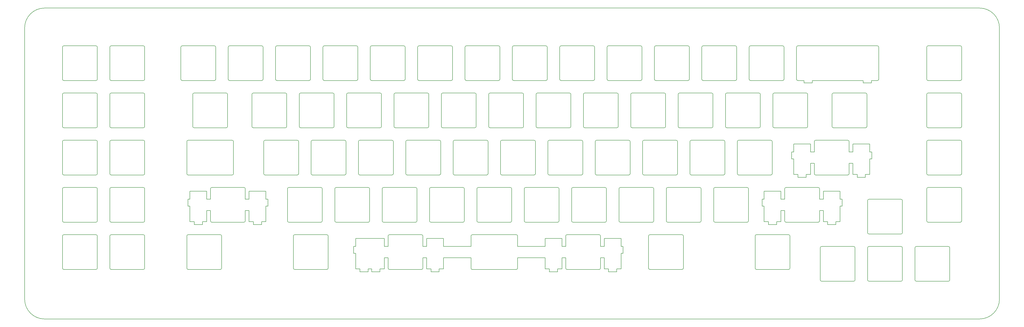
<source format=gbr>
G04 #@! TF.GenerationSoftware,KiCad,Pcbnew,(5.1.4)-1*
G04 #@! TF.CreationDate,2020-03-25T18:45:55-07:00*
G04 #@! TF.ProjectId,frogdor_plates,66726f67-646f-4725-9f70-6c617465732e,rev?*
G04 #@! TF.SameCoordinates,Original*
G04 #@! TF.FileFunction,Profile,NP*
%FSLAX46Y46*%
G04 Gerber Fmt 4.6, Leading zero omitted, Abs format (unit mm)*
G04 Created by KiCad (PCBNEW (5.1.4)-1) date 2020-03-25 18:45:55*
%MOMM*%
%LPD*%
G04 APERTURE LIST*
%ADD10C,0.200000*%
G04 APERTURE END LIST*
D10*
X322349000Y-175436801D02*
X319049000Y-175436801D01*
X319049000Y-174249031D02*
X319049000Y-175436801D01*
X319049000Y-174249031D02*
X317325000Y-174249031D01*
X317325000Y-169780071D02*
X317325000Y-174249031D01*
X315799000Y-169766200D02*
X317325000Y-169780071D01*
X442793999Y-179229201D02*
X455793000Y-179229201D01*
X442794000Y-179229201D02*
G75*
G02X442294000Y-178729201I0J500000D01*
G01*
X442294000Y-165729801D02*
X442294000Y-178729201D01*
X455793000Y-165229801D02*
X442793999Y-165229801D01*
X456293000Y-178729200D02*
X456293000Y-165729801D01*
X217325000Y-174249031D02*
X217325000Y-167978960D01*
X222349000Y-175449300D02*
X219050000Y-175449300D01*
X219050000Y-175449300D02*
X219050000Y-174249031D01*
X222349000Y-174249031D02*
X222349000Y-175449300D01*
X227111999Y-175436801D02*
X223811000Y-175436801D01*
X216499000Y-167978960D02*
X216499000Y-165178801D01*
X223811000Y-175436801D02*
X223811000Y-174236501D01*
X437243000Y-178729200D02*
X437243000Y-165729801D01*
X219050000Y-174249031D02*
X217325000Y-174249031D01*
X216499000Y-165178801D02*
X217325000Y-165178801D01*
X455793000Y-165229801D02*
G75*
G02X456293000Y-165729801I0J-500000D01*
G01*
X442294001Y-165729801D02*
G75*
G02X442793999Y-165229801I499999J1D01*
G01*
X217325000Y-167978960D02*
X216499000Y-167978960D01*
X223811000Y-174236501D02*
X222349000Y-174249031D01*
X456293000Y-178729201D02*
G75*
G02X455793000Y-179229201I-500000J0D01*
G01*
X436743000Y-165229801D02*
X423744000Y-165229801D01*
X436743000Y-165229801D02*
G75*
G02X437243000Y-165729801I0J-500000D01*
G01*
X404694000Y-179229201D02*
X417693000Y-179229201D01*
X418193000Y-178729201D02*
G75*
G02X417693000Y-179229201I-500000J0D01*
G01*
X168161800Y-135877686D02*
G75*
G02X167660487Y-136377685I-500001J0D01*
G01*
X163399299Y-136366501D02*
X167660487Y-136377685D01*
X423744000Y-179229200D02*
X436743000Y-179229200D01*
X149899999Y-136366502D02*
G75*
G02X149399999Y-135866500I1J500001D01*
G01*
X149400000Y-122867201D02*
G75*
G02X149900000Y-122367201I500000J0D01*
G01*
X437243000Y-178729200D02*
G75*
G02X436743000Y-179229200I-500000J0D01*
G01*
X163399300Y-122367201D02*
X149900000Y-122367201D01*
X149400000Y-122867201D02*
X149399999Y-135866500D01*
X167663112Y-122378392D02*
G75*
G02X168161800Y-122878390I-1312J-499998D01*
G01*
X167663112Y-122378392D02*
X163399300Y-122367201D01*
X423244001Y-165729800D02*
G75*
G02X423744000Y-165229801I499999J0D01*
G01*
X423743999Y-179229201D02*
G75*
G02X423244000Y-178729200I1J500000D01*
G01*
X168161800Y-135877686D02*
X168161800Y-122878390D01*
X423244000Y-165729801D02*
X423244000Y-178729200D01*
X149900000Y-136366501D02*
X163399299Y-136366501D01*
X404194000Y-165729801D02*
G75*
G02X404694000Y-165229801I500000J0D01*
G01*
X405431000Y-155186500D02*
X405431000Y-150716101D01*
X407155000Y-156386701D02*
X407155000Y-155186500D01*
X410456000Y-155186500D02*
X410456000Y-156386701D01*
X404693999Y-179229201D02*
G75*
G02X404194000Y-178729200I1J500000D01*
G01*
X407155000Y-155186500D02*
X405431000Y-155186500D01*
X410456000Y-156386701D02*
X407155000Y-156386701D01*
X417693000Y-165229801D02*
G75*
G02X418193000Y-165729801I0J-500000D01*
G01*
X404194000Y-165729801D02*
X404194000Y-178729200D01*
X403406000Y-155416500D02*
X390406000Y-155416500D01*
X403906000Y-154916500D02*
G75*
G02X403406000Y-155416500I-500000J0D01*
G01*
X418193000Y-178729200D02*
X418193000Y-165729801D01*
X403906000Y-150716101D02*
X403906000Y-154916500D01*
X405431000Y-150716101D02*
X403906000Y-150716101D01*
X417693000Y-165229801D02*
X404694000Y-165229801D01*
X412181000Y-155186500D02*
X410456000Y-155186500D01*
X118443699Y-84766800D02*
X118443699Y-97766800D01*
X293868000Y-84266801D02*
G75*
G02X294368000Y-84766801I0J-500000D01*
G01*
X118943699Y-98266800D02*
G75*
G02X118443699Y-97766800I0J500000D01*
G01*
X92163750Y-69036550D02*
X468286250Y-69036550D01*
X179567999Y-84266800D02*
G75*
G02X180067999Y-84766800I0J-500000D01*
G01*
X293868000Y-84266800D02*
X280869000Y-84266800D01*
X166068700Y-84766800D02*
X166068700Y-97766800D01*
X179568000Y-84266801D02*
X166568700Y-84266801D01*
X99893649Y-98266800D02*
X112893199Y-98266800D01*
X113393199Y-97766800D02*
G75*
G02X112893199Y-98266800I-500000J0D01*
G01*
X280869000Y-98266800D02*
X293868000Y-98266800D01*
X84163750Y-186459051D02*
X84163750Y-77036550D01*
X112893199Y-84266800D02*
G75*
G02X113393199Y-84766800I0J-500000D01*
G01*
X476286250Y-186459051D02*
G75*
G02X468286250Y-194459051I-8000000J0D01*
G01*
X99393649Y-84766800D02*
X99393649Y-97766800D01*
X112893199Y-84266800D02*
X99893649Y-84266800D01*
X280369000Y-84766800D02*
G75*
G02X280869000Y-84266800I500000J0D01*
G01*
X84163750Y-77036550D02*
G75*
G02X92163750Y-69036550I8000000J0D01*
G01*
X92163750Y-194459051D02*
G75*
G02X84163750Y-186459051I0J8000000D01*
G01*
X280869000Y-98266800D02*
G75*
G02X280369000Y-97766800I0J500000D01*
G01*
X166568700Y-98266800D02*
X179567999Y-98266800D01*
X113393199Y-97766800D02*
X113393199Y-84766800D01*
X468286250Y-194459051D02*
X92163750Y-194459051D01*
X280369000Y-84766800D02*
X280369000Y-97766800D01*
X166068701Y-84766800D02*
G75*
G02X166568700Y-84266801I499999J0D01*
G01*
X180067999Y-97766800D02*
X180067999Y-84766800D01*
X180067999Y-97766800D02*
G75*
G02X179567999Y-98266800I-500000J0D01*
G01*
X99893649Y-98266800D02*
G75*
G02X99393649Y-97766800I0J500000D01*
G01*
X99393649Y-84766800D02*
G75*
G02X99893649Y-84266800I500000J0D01*
G01*
X476286250Y-77036550D02*
X476286250Y-186459051D01*
X294368000Y-97766800D02*
G75*
G02X293868000Y-98266800I-500000J0D01*
G01*
X468286250Y-69036550D02*
G75*
G02X476286250Y-77036550I0J-8000000D01*
G01*
X166568700Y-98266800D02*
G75*
G02X166068700Y-97766800I0J500000D01*
G01*
X294368000Y-97766800D02*
X294368000Y-84766801D01*
X236718000Y-84266800D02*
G75*
G02X237218000Y-84766800I0J-500000D01*
G01*
X261818999Y-98266800D02*
G75*
G02X261318999Y-97766800I0J500000D01*
G01*
X223719000Y-98266800D02*
X236718000Y-98266800D01*
X318969000Y-98266800D02*
X331968000Y-98266800D01*
X236718000Y-84266800D02*
X223719000Y-84266800D01*
X331968000Y-84266800D02*
X318969000Y-84266800D01*
X312918000Y-84266801D02*
G75*
G02X313417999Y-84766800I0J-499999D01*
G01*
X223219000Y-84766800D02*
G75*
G02X223719000Y-84266800I500000J0D01*
G01*
X160518000Y-84266801D02*
X147518700Y-84266800D01*
X147518701Y-98266800D02*
G75*
G02X147018700Y-97766801I-1J500000D01*
G01*
X299919000Y-98266800D02*
X312918000Y-98266800D01*
X299419000Y-84766800D02*
G75*
G02X299919000Y-84266800I500000J0D01*
G01*
X261319000Y-84766800D02*
G75*
G02X261819000Y-84266800I500000J0D01*
G01*
X418193000Y-84266800D02*
X404194000Y-84266800D01*
X261319000Y-84766800D02*
X261318999Y-97766800D01*
X400943000Y-99223801D02*
X400943000Y-98266800D01*
X318968999Y-98266800D02*
G75*
G02X318468999Y-97766800I0J500000D01*
G01*
X237218000Y-97766800D02*
X237218000Y-84766800D01*
X131942999Y-84266800D02*
G75*
G02X132442999Y-84766800I0J-500000D01*
G01*
X118943699Y-98266800D02*
X131942999Y-98266800D01*
X161017999Y-97766799D02*
G75*
G02X160518000Y-98266800I-500000J-1D01*
G01*
X318469000Y-84766800D02*
G75*
G02X318969000Y-84266800I500000J0D01*
G01*
X147018700Y-84766800D02*
G75*
G02X147518700Y-84266800I500000J0D01*
G01*
X424743000Y-99223801D02*
X424743000Y-98266800D01*
X299919000Y-98266800D02*
G75*
G02X299419000Y-97766800I0J500000D01*
G01*
X397644000Y-99223801D02*
X400943000Y-99223801D01*
X421444000Y-98266800D02*
X421444000Y-99223801D01*
X223219000Y-84766800D02*
X223219000Y-97766800D01*
X161017999Y-97766800D02*
X161017999Y-84766800D01*
X395169000Y-98266800D02*
X397644000Y-98266800D01*
X394669000Y-84766800D02*
G75*
G02X395169000Y-84266800I500000J0D01*
G01*
X237218000Y-97766800D02*
G75*
G02X236718000Y-98266800I-500000J0D01*
G01*
X331968000Y-84266801D02*
G75*
G02X332467999Y-84766800I0J-499999D01*
G01*
X299419000Y-84766800D02*
X299419000Y-97766800D01*
X332468000Y-97766800D02*
G75*
G02X331968000Y-98266800I-500000J0D01*
G01*
X397644000Y-98266800D02*
X397644000Y-99223801D01*
X427718000Y-97766800D02*
G75*
G02X427218000Y-98266800I-500000J0D01*
G01*
X424743000Y-98266800D02*
X427218000Y-98266800D01*
X275318000Y-97766800D02*
X275318000Y-84766800D01*
X318469000Y-84766801D02*
X318468999Y-97766800D01*
X313417999Y-97766799D02*
G75*
G02X312918000Y-98266800I-500000J-1D01*
G01*
X118443699Y-84766800D02*
G75*
G02X118943699Y-84266800I500000J0D01*
G01*
X131942999Y-84266801D02*
X118943699Y-84266800D01*
X404194000Y-84266800D02*
X395169000Y-84266800D01*
X274818000Y-84266800D02*
G75*
G02X275318000Y-84766800I0J-500000D01*
G01*
X427218000Y-84266800D02*
G75*
G02X427718000Y-84766800I0J-500000D01*
G01*
X132442999Y-97766800D02*
X132442999Y-84766800D01*
X332468000Y-97766800D02*
X332467999Y-84766800D01*
X223719000Y-98266800D02*
G75*
G02X223219000Y-97766800I0J500000D01*
G01*
X132442999Y-97766800D02*
G75*
G02X131942999Y-98266800I-500000J0D01*
G01*
X147518700Y-98266800D02*
X160518000Y-98266800D01*
X147018700Y-84766800D02*
X147018700Y-97766801D01*
X394669000Y-84766800D02*
X394669000Y-97766800D01*
X160517999Y-84266800D02*
G75*
G02X161017999Y-84766800I0J-500000D01*
G01*
X274818000Y-84266800D02*
X261819000Y-84266800D01*
X261819000Y-98266800D02*
X274818000Y-98266800D01*
X427218000Y-84266801D02*
X418193000Y-84266800D01*
X427718000Y-97766800D02*
X427718000Y-84766800D01*
X421444000Y-99223801D02*
X424743000Y-99223801D01*
X400943000Y-98266800D02*
X421444000Y-98266800D01*
X312917999Y-84266800D02*
X299919000Y-84266800D01*
X395168999Y-98266801D02*
G75*
G02X394669000Y-97766800I1J500000D01*
G01*
X275318000Y-97766800D02*
G75*
G02X274818000Y-98266800I-500000J0D01*
G01*
X163399299Y-173966700D02*
G75*
G02X162899300Y-174466701I-500000J-1D01*
G01*
X113393199Y-173966701D02*
X113393199Y-160967301D01*
X335636000Y-174466701D02*
X348635000Y-174466701D01*
X113393199Y-173966701D02*
G75*
G02X112893199Y-174466701I-500000J0D01*
G01*
X163399299Y-173966701D02*
X163399299Y-160967300D01*
X423244001Y-146679701D02*
G75*
G02X423743999Y-146179701I499999J1D01*
G01*
X437243000Y-159679000D02*
X437243000Y-146679701D01*
X99893649Y-174466701D02*
X112893199Y-174466701D01*
X118943699Y-174466701D02*
X131943000Y-174466701D01*
X436743000Y-146179701D02*
G75*
G02X437243000Y-146679701I0J-500000D01*
G01*
X112893199Y-160467300D02*
X99893649Y-160467300D01*
X118943699Y-174466701D02*
G75*
G02X118443699Y-173966701I0J500000D01*
G01*
X118443699Y-160967300D02*
X118443699Y-173966701D01*
X149900000Y-174466701D02*
G75*
G02X149400000Y-173966701I0J500000D01*
G01*
X99393649Y-160967300D02*
G75*
G02X99893649Y-160467300I500000J0D01*
G01*
X149900000Y-174466701D02*
X162899300Y-174466701D01*
X99393649Y-160967300D02*
X99393649Y-173966701D01*
X348635000Y-160467300D02*
G75*
G02X349135000Y-160967300I0J-500000D01*
G01*
X349135000Y-173966701D02*
X349135000Y-160967300D01*
X335636001Y-174466700D02*
G75*
G02X335136000Y-173966701I-1J500000D01*
G01*
X132442999Y-173966701D02*
X132442999Y-160967300D01*
X423244000Y-146679701D02*
X423244000Y-159679001D01*
X412181000Y-148916601D02*
X412181000Y-155186500D01*
X412181000Y-142886200D02*
X412181000Y-146116301D01*
X436743000Y-146179701D02*
X423743999Y-146179701D01*
X413005000Y-148916601D02*
X412181000Y-148916601D01*
X162899299Y-160467300D02*
G75*
G02X163399299Y-160967300I0J-500000D01*
G01*
X349135001Y-173966700D02*
G75*
G02X348635000Y-174466701I-500001J0D01*
G01*
X412181000Y-146116301D02*
X413005000Y-146116301D01*
X405431000Y-142886200D02*
X412181000Y-142886200D01*
X437243000Y-159679000D02*
G75*
G02X436743000Y-160179000I-500000J0D01*
G01*
X423743999Y-160179000D02*
X436743000Y-160179000D01*
X413005000Y-146116301D02*
X413005000Y-148916601D01*
X423744000Y-160179001D02*
G75*
G02X423244000Y-159679001I0J500000D01*
G01*
X99893649Y-174466701D02*
G75*
G02X99393649Y-173966701I0J500000D01*
G01*
X405431000Y-146116301D02*
X405431000Y-142886200D01*
X348635000Y-160467300D02*
X335636000Y-160467300D01*
X131942999Y-160467300D02*
X118943699Y-160467300D01*
X162899299Y-160467300D02*
X149899999Y-160467300D01*
X112893200Y-160467300D02*
G75*
G02X113393199Y-160967301I-1J-500000D01*
G01*
X149400000Y-160967301D02*
G75*
G02X149899999Y-160467300I500000J1D01*
G01*
X149400000Y-160967300D02*
X149400000Y-173966701D01*
X335136000Y-160967300D02*
G75*
G02X335636000Y-160467300I500000J0D01*
G01*
X335136000Y-160967300D02*
X335136000Y-173966701D01*
X118443699Y-160967300D02*
G75*
G02X118943699Y-160467300I500000J0D01*
G01*
X131942999Y-160467300D02*
G75*
G02X132442999Y-160967300I0J-500000D01*
G01*
X150649899Y-146116301D02*
X150649899Y-142886200D01*
X285131000Y-141917201D02*
X285131000Y-154916501D01*
X192761100Y-174466701D02*
X205762000Y-174466701D01*
X206261999Y-173966700D02*
G75*
G02X205762000Y-174466701I-500000J-1D01*
G01*
X205761999Y-160467300D02*
G75*
G02X206261999Y-160967300I0J-500000D01*
G01*
X158924999Y-141917201D02*
G75*
G02X159424999Y-141417201I500000J0D01*
G01*
X159424999Y-141417201D02*
X172424300Y-141417201D01*
X172924300Y-141917201D02*
X172924300Y-146116301D01*
X182024900Y-146116301D02*
X182024900Y-148916601D01*
X181199399Y-146116301D02*
X182024900Y-146116301D01*
X192261100Y-160967301D02*
X192261100Y-173966701D01*
X149824400Y-146116301D02*
X150649899Y-146116301D01*
X378500000Y-174466701D02*
X391499000Y-174466701D01*
X174450000Y-142886200D02*
X181199399Y-142886200D01*
X174450000Y-146116301D02*
X174450000Y-142886200D01*
X172424300Y-141417201D02*
G75*
G02X172924300Y-141917201I0J-500000D01*
G01*
X158924999Y-146116301D02*
X158924999Y-141917201D01*
X299131000Y-154916500D02*
G75*
G02X298631000Y-155416500I-500000J0D01*
G01*
X391499000Y-160467300D02*
X378500000Y-160467300D01*
X378500000Y-174466701D02*
G75*
G02X378000000Y-173966701I0J500000D01*
G01*
X391999000Y-173966701D02*
X391999000Y-160967301D01*
X192761101Y-174466700D02*
G75*
G02X192261100Y-173966701I-1J500000D01*
G01*
X285631000Y-155416500D02*
X298631000Y-155416500D01*
X298631000Y-141417201D02*
X285631000Y-141417201D01*
X132442999Y-173966700D02*
G75*
G02X131943000Y-174466701I-500000J-1D01*
G01*
X206261999Y-173966701D02*
X206261999Y-160967300D01*
X378000000Y-160967300D02*
X378000000Y-173966701D01*
X181199399Y-148916601D02*
X181199399Y-155186500D01*
X378000000Y-160967300D02*
G75*
G02X378500000Y-160467300I500000J0D01*
G01*
X179474299Y-156386701D02*
X176173699Y-156386701D01*
X179474299Y-155186500D02*
X179474299Y-156386701D01*
X182024900Y-148916601D02*
X181199399Y-148916601D01*
X205761999Y-160467300D02*
X192761100Y-160467300D01*
X150649899Y-142886200D02*
X157399600Y-142886200D01*
X299131000Y-154916500D02*
X299131000Y-141917201D01*
X298631000Y-141417201D02*
G75*
G02X299131000Y-141917201I0J-500000D01*
G01*
X285131000Y-141917201D02*
G75*
G02X285631000Y-141417201I500000J0D01*
G01*
X285631001Y-155416500D02*
G75*
G02X285131000Y-154916501I-1J500000D01*
G01*
X181199399Y-155186500D02*
X179474299Y-155186500D01*
X172924300Y-146116301D02*
X174450000Y-146116301D01*
X181199399Y-142886200D02*
X181199399Y-146116301D01*
X157399600Y-146116301D02*
X158924999Y-146116301D01*
X157399600Y-142886200D02*
X157399600Y-146116301D01*
X391999001Y-173966700D02*
G75*
G02X391499000Y-174466701I-500001J0D01*
G01*
X192261100Y-160967300D02*
G75*
G02X192761100Y-160467300I500000J0D01*
G01*
X391499000Y-160467301D02*
G75*
G02X391999000Y-160967301I0J-500000D01*
G01*
X222931000Y-154916500D02*
G75*
G02X222431000Y-155416500I-500000J0D01*
G01*
X209431000Y-155416500D02*
G75*
G02X208931000Y-154916500I0J500000D01*
G01*
X266581000Y-155416500D02*
G75*
G02X266081000Y-154916500I0J500000D01*
G01*
X266081000Y-141917201D02*
X266081000Y-154916500D01*
X280081000Y-154916500D02*
X280081000Y-141917201D01*
X189881200Y-141917201D02*
G75*
G02X190381200Y-141417201I500000J0D01*
G01*
X203381000Y-141417201D02*
X190381200Y-141417201D01*
X323731001Y-155416500D02*
G75*
G02X323231000Y-154916501I-1J500000D01*
G01*
X222931000Y-154916500D02*
X222931000Y-141917201D01*
X266081001Y-141917200D02*
G75*
G02X266581000Y-141417201I499999J0D01*
G01*
X323231000Y-141917200D02*
X323231000Y-154916501D01*
X336731000Y-141417201D02*
X323731000Y-141417201D01*
X279581000Y-141417201D02*
G75*
G02X280081000Y-141917201I0J-500000D01*
G01*
X279581000Y-141417201D02*
X266581000Y-141417201D01*
X222431000Y-141417201D02*
G75*
G02X222931000Y-141917201I0J-500000D01*
G01*
X266581000Y-155416500D02*
X279581000Y-155416500D01*
X208931000Y-141917201D02*
X208931000Y-154916500D01*
X190381200Y-155416500D02*
G75*
G02X189881200Y-154916500I0J500000D01*
G01*
X323731000Y-155416500D02*
X336730999Y-155416500D01*
X336730999Y-141417201D02*
G75*
G02X337231000Y-141917200I1J-500000D01*
G01*
X208931000Y-141917201D02*
G75*
G02X209431000Y-141417201I500000J0D01*
G01*
X190381200Y-155416501D02*
X203381000Y-155416501D01*
X189881200Y-141917201D02*
X189881200Y-154916500D01*
X337230999Y-154916500D02*
G75*
G02X336730999Y-155416500I-500000J0D01*
G01*
X323231000Y-141917201D02*
G75*
G02X323731000Y-141417201I500000J0D01*
G01*
X209431000Y-155416500D02*
X222431000Y-155416500D01*
X280081000Y-154916500D02*
G75*
G02X279581000Y-155416500I-500000J0D01*
G01*
X337231000Y-154916500D02*
X337231000Y-141917200D01*
X228481000Y-155416500D02*
X241480999Y-155416500D01*
X461056000Y-135866501D02*
G75*
G02X460556000Y-136366501I-500000J0D01*
G01*
X99393649Y-141917201D02*
G75*
G02X99893649Y-141417201I500000J0D01*
G01*
X247030999Y-141917200D02*
G75*
G02X247531000Y-141417201I500000J-1D01*
G01*
X327206000Y-122367201D02*
G75*
G02X327706000Y-122867201I0J-500000D01*
G01*
X241981000Y-154916501D02*
X241981000Y-141917201D01*
X118443699Y-122867200D02*
G75*
G02X118943700Y-122367201I500000J-1D01*
G01*
X203381000Y-141417201D02*
G75*
G02X203881000Y-141917201I0J-500000D01*
G01*
X461055999Y-135866501D02*
X461055999Y-122867200D01*
X241480999Y-141417201D02*
X228481000Y-141417201D01*
X131942999Y-122367201D02*
X118943700Y-122367201D01*
X131943000Y-122367201D02*
G75*
G02X132443000Y-122867201I0J-500000D01*
G01*
X132442999Y-135866501D02*
X132443000Y-122867201D01*
X132442999Y-135866500D02*
G75*
G02X131943000Y-136366501I-500000J-1D01*
G01*
X118943699Y-136366501D02*
X131943000Y-136366501D01*
X193855500Y-122367201D02*
G75*
G02X194355500Y-122867201I0J-500000D01*
G01*
X180356201Y-122867200D02*
G75*
G02X180856200Y-122367201I499999J0D01*
G01*
X247030999Y-141917201D02*
X247030999Y-154916500D01*
X247530999Y-155416500D02*
G75*
G02X247030999Y-154916500I0J500000D01*
G01*
X261030999Y-154916501D02*
X261030999Y-141917201D01*
X99893650Y-155416501D02*
G75*
G02X99393649Y-154916500I0J500001D01*
G01*
X118443700Y-141917201D02*
G75*
G02X118943700Y-141417201I500000J0D01*
G01*
X118943699Y-155416500D02*
X131943000Y-155416501D01*
X447555999Y-136366501D02*
X460556000Y-136366501D01*
X112893200Y-141417202D02*
G75*
G02X113393199Y-141917201I0J-499999D01*
G01*
X447055999Y-122867200D02*
G75*
G02X447555999Y-122367200I500000J0D01*
G01*
X132443000Y-154916499D02*
G75*
G02X131943000Y-155416501I-500001J-1D01*
G01*
X180856200Y-136366501D02*
G75*
G02X180356200Y-135866501I0J500000D01*
G01*
X180356200Y-122867200D02*
X180356200Y-135866501D01*
X132442999Y-154916500D02*
X132442999Y-141917201D01*
X447555999Y-136366501D02*
G75*
G02X447055999Y-135866501I0J500000D01*
G01*
X261030999Y-154916500D02*
G75*
G02X260530999Y-155416500I-500000J0D01*
G01*
X228480999Y-155416500D02*
G75*
G02X227980999Y-154916500I0J500000D01*
G01*
X447055999Y-122867200D02*
X447055999Y-135866501D01*
X118943700Y-155416501D02*
G75*
G02X118443699Y-154916500I0J500001D01*
G01*
X99393649Y-141917201D02*
X99393649Y-154916500D01*
X113393199Y-154916500D02*
X113393199Y-141917201D01*
X247531000Y-155416500D02*
X260530999Y-155416500D01*
X131943000Y-141417201D02*
X118943700Y-141417201D01*
X131942999Y-141417201D02*
G75*
G02X132442999Y-141917201I0J-500000D01*
G01*
X203881000Y-154916499D02*
G75*
G02X203381000Y-155416501I-500001J-1D01*
G01*
X118943700Y-136366502D02*
G75*
G02X118443699Y-135866501I0J500001D01*
G01*
X118443699Y-122867201D02*
X118443699Y-135866501D01*
X194355500Y-135866501D02*
X194355500Y-122867201D01*
X180856200Y-136366501D02*
X193855499Y-136366501D01*
X241980999Y-154916500D02*
G75*
G02X241480999Y-155416500I-500000J0D01*
G01*
X227981000Y-141917201D02*
G75*
G02X228481000Y-141417201I500000J0D01*
G01*
X99893649Y-155416501D02*
X112893199Y-155416500D01*
X118443699Y-141917201D02*
X118443699Y-154916500D01*
X460556000Y-122367200D02*
X447555999Y-122367200D01*
X203881000Y-154916500D02*
X203881000Y-141917201D01*
X113393199Y-154916500D02*
G75*
G02X112893199Y-155416500I-500000J0D01*
G01*
X260530999Y-141417201D02*
G75*
G02X261030999Y-141917201I0J-500000D01*
G01*
X313706000Y-122867201D02*
X313706000Y-135866501D01*
X313706001Y-122867200D02*
G75*
G02X314206000Y-122367201I499999J0D01*
G01*
X327206000Y-122367201D02*
X314206000Y-122367201D01*
X194355499Y-135866501D02*
G75*
G02X193855499Y-136366501I-500000J0D01*
G01*
X327706000Y-135866501D02*
X327706000Y-122867201D01*
X193855499Y-122367201D02*
X180856200Y-122367201D01*
X460556000Y-122367201D02*
G75*
G02X461055999Y-122867200I0J-499999D01*
G01*
X241480999Y-141417200D02*
G75*
G02X241981000Y-141917201I0J-500001D01*
G01*
X112893199Y-141417201D02*
X99893649Y-141417201D01*
X227981000Y-141917201D02*
X227980999Y-154916500D01*
X260530999Y-141417201D02*
X247531000Y-141417201D01*
X213406000Y-135866501D02*
G75*
G02X212906000Y-136366501I-500000J0D01*
G01*
X199406000Y-122867201D02*
X199406000Y-135866501D01*
X99393649Y-122867201D02*
X99393649Y-135866501D01*
X99893649Y-136366501D02*
G75*
G02X99393649Y-135866501I0J500000D01*
G01*
X213406000Y-135866501D02*
X213406000Y-122867201D01*
X314206000Y-136366501D02*
G75*
G02X313706000Y-135866501I0J500000D01*
G01*
X112893199Y-122367201D02*
G75*
G02X113393199Y-122867201I0J-500000D01*
G01*
X270056000Y-122367201D02*
X257056000Y-122367201D01*
X199906000Y-136366501D02*
X212906000Y-136366501D01*
X113393199Y-135866501D02*
G75*
G02X112893199Y-136366501I-500000J0D01*
G01*
X270056000Y-122367201D02*
G75*
G02X270556000Y-122867201I0J-500000D01*
G01*
X327706000Y-135866501D02*
G75*
G02X327206000Y-136366501I-500000J0D01*
G01*
X212906000Y-122367201D02*
X199906000Y-122367201D01*
X99393649Y-122867201D02*
G75*
G02X99893649Y-122367201I500000J0D01*
G01*
X199906000Y-136366501D02*
G75*
G02X199406000Y-135866501I0J500000D01*
G01*
X314206000Y-136366501D02*
X327206000Y-136366501D01*
X113393199Y-135866501D02*
X113393199Y-122867201D01*
X256556000Y-122867201D02*
G75*
G02X257056000Y-122367201I500000J0D01*
G01*
X212906000Y-122367201D02*
G75*
G02X213406000Y-122867201I0J-500000D01*
G01*
X270556000Y-135866501D02*
X270556000Y-122867201D01*
X218456000Y-122867200D02*
X218456000Y-135866501D01*
X199406000Y-122867201D02*
G75*
G02X199906000Y-122367201I500000J0D01*
G01*
X256556000Y-122867201D02*
X256556000Y-135866501D01*
X270556000Y-135866501D02*
G75*
G02X270056000Y-136366501I-500000J0D01*
G01*
X257056000Y-136366501D02*
X270056000Y-136366501D01*
X257056000Y-136366501D02*
G75*
G02X256556000Y-135866501I0J500000D01*
G01*
X112893199Y-122367201D02*
X99893649Y-122367201D01*
X99893649Y-136366501D02*
X112893199Y-136366501D01*
X218956000Y-136366501D02*
G75*
G02X218456000Y-135866501I0J500000D01*
G01*
X295156000Y-136366501D02*
X308156000Y-136366501D01*
X371356001Y-136366500D02*
G75*
G02X370856000Y-135866501I-1J500000D01*
G01*
X371356000Y-136366501D02*
X384356000Y-136366501D01*
X370856001Y-122867200D02*
G75*
G02X371356000Y-122367201I499999J0D01*
G01*
X195143700Y-117316500D02*
X208143000Y-117316500D01*
X289106000Y-122367201D02*
X276105999Y-122367201D01*
X276106000Y-136366502D02*
G75*
G02X275605999Y-135866501I0J500001D01*
G01*
X275605999Y-122867201D02*
G75*
G02X276105999Y-122367201I500000J0D01*
G01*
X195143700Y-117316500D02*
G75*
G02X194643700Y-116816500I0J500000D01*
G01*
X251506000Y-135866501D02*
X251506000Y-122867201D01*
X308655999Y-135866500D02*
G75*
G02X308156000Y-136366501I-500000J-1D01*
G01*
X218956000Y-136366501D02*
X231956000Y-136366501D01*
X384856000Y-135866501D02*
X384856000Y-122867200D01*
X351806000Y-122867201D02*
G75*
G02X352306000Y-122367201I500000J0D01*
G01*
X365806001Y-135866501D02*
G75*
G02X365305999Y-136366501I-500001J1D01*
G01*
X384356000Y-122367200D02*
G75*
G02X384856000Y-122867200I0J-500000D01*
G01*
X333256000Y-136366501D02*
X346256000Y-136366501D01*
X289605999Y-135866501D02*
X289606000Y-122867200D01*
X194643700Y-103817200D02*
X194643700Y-116816500D01*
X384356000Y-122367201D02*
X371356000Y-122367201D01*
X194643700Y-103817200D02*
G75*
G02X195143700Y-103317200I500000J0D01*
G01*
X208643000Y-116816500D02*
X208643000Y-103817200D01*
X308156000Y-122367201D02*
X295156000Y-122367201D01*
X351806000Y-122867201D02*
X351806000Y-135866501D01*
X346256000Y-122367201D02*
X333256000Y-122367201D01*
X333256000Y-136366501D02*
G75*
G02X332756000Y-135866501I0J500000D01*
G01*
X308656000Y-135866501D02*
X308656000Y-122867201D01*
X346756000Y-135866501D02*
X346756000Y-122867201D01*
X208143000Y-103317200D02*
G75*
G02X208643000Y-103817200I0J-500000D01*
G01*
X365305999Y-122367201D02*
G75*
G02X365805999Y-122867201I0J-500000D01*
G01*
X232456000Y-135866501D02*
X232456000Y-122867200D01*
X237506001Y-122867200D02*
G75*
G02X238006000Y-122367201I499999J0D01*
G01*
X218456000Y-122867200D02*
G75*
G02X218956000Y-122367200I500000J0D01*
G01*
X289105999Y-122367201D02*
G75*
G02X289606000Y-122867200I1J-500000D01*
G01*
X251005999Y-122367201D02*
X238006000Y-122367201D01*
X332756000Y-122867201D02*
X332756000Y-135866501D01*
X352306000Y-136366501D02*
X365305999Y-136366501D01*
X275605999Y-122867201D02*
X275605999Y-135866501D01*
X238006000Y-136366501D02*
X251005999Y-136366501D01*
X332756000Y-122867201D02*
G75*
G02X333256000Y-122367201I500000J0D01*
G01*
X384856000Y-135866501D02*
G75*
G02X384356000Y-136366501I-500000J0D01*
G01*
X365305999Y-122367201D02*
X352306000Y-122367201D01*
X208643000Y-116816500D02*
G75*
G02X208143000Y-117316500I-500000J0D01*
G01*
X232456000Y-135866501D02*
G75*
G02X231956000Y-136366501I-500000J0D01*
G01*
X352306000Y-136366501D02*
G75*
G02X351806000Y-135866501I0J500000D01*
G01*
X276106000Y-136366501D02*
X289106000Y-136366501D01*
X189593000Y-116816500D02*
X189593000Y-103817201D01*
X295156000Y-136366501D02*
G75*
G02X294656000Y-135866501I0J500000D01*
G01*
X208143000Y-103317200D02*
X195143700Y-103317200D01*
X370856000Y-122867201D02*
X370856000Y-135866501D01*
X238006000Y-136366502D02*
G75*
G02X237505999Y-135866501I0J500001D01*
G01*
X237506000Y-122867201D02*
X237505999Y-135866501D01*
X231956000Y-122367200D02*
G75*
G02X232456000Y-122867200I0J-500000D01*
G01*
X251506001Y-135866501D02*
G75*
G02X251005999Y-136366501I-500001J1D01*
G01*
X294656000Y-122867201D02*
X294656000Y-135866501D01*
X251006000Y-122367201D02*
G75*
G02X251506000Y-122867201I0J-500000D01*
G01*
X294656000Y-122867201D02*
G75*
G02X295156000Y-122367201I500000J0D01*
G01*
X308156000Y-122367201D02*
G75*
G02X308656000Y-122867201I0J-500000D01*
G01*
X365806000Y-135866501D02*
X365805999Y-122867201D01*
X346756001Y-135866500D02*
G75*
G02X346256000Y-136366501I-500001J0D01*
G01*
X289605999Y-135866500D02*
G75*
G02X289106000Y-136366501I-500000J-1D01*
G01*
X231956000Y-122367200D02*
X218956000Y-122367200D01*
X346256000Y-122367201D02*
G75*
G02X346756000Y-122867201I0J-500000D01*
G01*
X389906000Y-150716101D02*
X388381000Y-150716101D01*
X390406001Y-155416500D02*
G75*
G02X389906000Y-154916501I-1J500000D01*
G01*
X403906000Y-146116301D02*
X405431000Y-146116301D01*
X380805999Y-146116301D02*
X381631000Y-146116301D01*
X403906000Y-141917201D02*
X403906000Y-146116301D01*
X388381000Y-142886200D02*
X388381000Y-146116301D01*
X381631000Y-155186500D02*
X381631000Y-148916601D01*
X381631000Y-146116301D02*
X381631000Y-142886200D01*
X403406000Y-141417201D02*
G75*
G02X403906000Y-141917201I0J-500000D01*
G01*
X389906000Y-146116301D02*
X389906000Y-141917201D01*
X381631000Y-142886200D02*
X388381000Y-142886200D01*
X386655000Y-155186500D02*
X386655000Y-156386701D01*
X390406000Y-141417201D02*
X403406000Y-141417201D01*
X389906000Y-141917201D02*
G75*
G02X390406000Y-141417201I500000J0D01*
G01*
X388381000Y-146116301D02*
X389906000Y-146116301D01*
X381631000Y-148916601D02*
X380805999Y-148916601D01*
X380805999Y-148916601D02*
X380805999Y-146116301D01*
X383355000Y-155186500D02*
X381631000Y-155186500D01*
X388381000Y-155186500D02*
X386655000Y-155186500D01*
X383355000Y-156386701D02*
X383355000Y-155186500D01*
X389906000Y-154916501D02*
X389906000Y-150716101D01*
X386655000Y-156386701D02*
X383355000Y-156386701D01*
X388381000Y-150716101D02*
X388381000Y-155186500D01*
X328494000Y-117316500D02*
G75*
G02X327994000Y-116816500I0J500000D01*
G01*
X271343999Y-117316501D02*
G75*
G02X270844000Y-116816500I1J500000D01*
G01*
X270844000Y-103817200D02*
X270844000Y-116816500D01*
X328494000Y-117316500D02*
X341493000Y-117316500D01*
X309444000Y-117316500D02*
X322443000Y-117316500D01*
X309443999Y-117316500D02*
G75*
G02X308943999Y-116816500I0J500000D01*
G01*
X99393649Y-103817200D02*
X99393649Y-116816500D01*
X284343000Y-103317200D02*
X271344000Y-103317200D01*
X327994000Y-103817201D02*
X327994000Y-116816500D01*
X308943999Y-103817200D02*
X308943999Y-116816500D01*
X322443000Y-103317200D02*
X309444000Y-103317200D01*
X308943998Y-103817200D02*
G75*
G02X309444000Y-103317200I500001J-1D01*
G01*
X341493000Y-103317201D02*
G75*
G02X341993000Y-103817201I0J-500000D01*
G01*
X341993000Y-116816500D02*
X341993000Y-103817201D01*
X270844000Y-103817200D02*
G75*
G02X271344000Y-103317200I500000J0D01*
G01*
X112893200Y-103317200D02*
G75*
G02X113393199Y-103817201I-1J-500000D01*
G01*
X271344000Y-117316501D02*
X284343000Y-117316500D01*
X99893649Y-117316500D02*
G75*
G02X99393649Y-116816500I0J500000D01*
G01*
X99393649Y-103817200D02*
G75*
G02X99893649Y-103317200I500000J0D01*
G01*
X99893649Y-117316500D02*
X112893199Y-117316500D01*
X327994000Y-103817201D02*
G75*
G02X328494000Y-103317201I500000J0D01*
G01*
X341493000Y-103317201D02*
X328494000Y-103317201D01*
X284843000Y-116816500D02*
G75*
G02X284343000Y-117316500I-500000J0D01*
G01*
X341993000Y-116816500D02*
G75*
G02X341493000Y-117316500I-500000J0D01*
G01*
X112893199Y-103317200D02*
X99893649Y-103317200D01*
X113393199Y-116816500D02*
X113393199Y-103817201D01*
X113393199Y-116816500D02*
G75*
G02X112893199Y-117316500I-500000J0D01*
G01*
X284343000Y-103317200D02*
G75*
G02X284843000Y-103817200I0J-500000D01*
G01*
X461055999Y-116816501D02*
G75*
G02X460556000Y-117316500I-499999J0D01*
G01*
X265793000Y-116816501D02*
G75*
G02X265293000Y-117316501I-500000J0D01*
G01*
X447056000Y-103817201D02*
X447055999Y-116816500D01*
X366094000Y-103817201D02*
X366094000Y-116816500D01*
X461055999Y-116816500D02*
X461056000Y-103817200D01*
X380093000Y-116816500D02*
X380093000Y-103817201D01*
X165780499Y-116816500D02*
G75*
G02X165280499Y-117316500I-500000J0D01*
G01*
X460556000Y-103317200D02*
G75*
G02X461056000Y-103817200I0J-500000D01*
G01*
X176093700Y-117316500D02*
G75*
G02X175593700Y-116816500I0J500000D01*
G01*
X347544000Y-117316500D02*
X360543000Y-117316500D01*
X289894000Y-103817200D02*
X289894000Y-116816500D01*
X385644000Y-117316500D02*
X398643000Y-117316500D01*
X385144000Y-103817201D02*
G75*
G02X385644000Y-103317201I500000J0D01*
G01*
X252294000Y-117316501D02*
G75*
G02X251794000Y-116816501I0J500000D01*
G01*
X252294000Y-117316500D02*
X265293000Y-117316501D01*
X189592999Y-116816499D02*
G75*
G02X189093000Y-117316500I-500000J-1D01*
G01*
X289894000Y-103817200D02*
G75*
G02X290394000Y-103317200I500000J0D01*
G01*
X366094000Y-103817200D02*
G75*
G02X366594000Y-103317200I500000J0D01*
G01*
X447555999Y-117316500D02*
X460556000Y-117316500D01*
X176093700Y-117316500D02*
X189093000Y-117316500D01*
X303392999Y-103317201D02*
G75*
G02X303893000Y-103817200I1J-500000D01*
G01*
X290394000Y-117316500D02*
X303393000Y-117316500D01*
X379593001Y-103317200D02*
G75*
G02X380093000Y-103817201I-1J-500000D01*
G01*
X398643000Y-103317201D02*
G75*
G02X399143000Y-103817201I0J-500000D01*
G01*
X399143000Y-116816500D02*
X399143000Y-103817201D01*
X385644000Y-117316500D02*
G75*
G02X385144000Y-116816500I0J500000D01*
G01*
X380093000Y-116816500D02*
G75*
G02X379593000Y-117316500I-500000J0D01*
G01*
X165280499Y-103317200D02*
X152281200Y-103317200D01*
X460556000Y-103317200D02*
X447555999Y-103317200D01*
X165280499Y-103317199D02*
G75*
G02X165780500Y-103817200I0J-500001D01*
G01*
X189093000Y-103317201D02*
X176093700Y-103317201D01*
X447555998Y-117316501D02*
G75*
G02X447055999Y-116816500I1J500000D01*
G01*
X189093000Y-103317201D02*
G75*
G02X189593000Y-103817201I0J-500000D01*
G01*
X151781200Y-103817200D02*
G75*
G02X152281200Y-103317200I500000J0D01*
G01*
X385144000Y-103817201D02*
X385144000Y-116816500D01*
X366593999Y-117316501D02*
G75*
G02X366094000Y-116816500I1J500000D01*
G01*
X303393000Y-103317200D02*
X290394000Y-103317200D01*
X347044000Y-103817200D02*
G75*
G02X347544000Y-103317200I500000J0D01*
G01*
X290394000Y-117316500D02*
G75*
G02X289894000Y-116816500I0J500000D01*
G01*
X265292999Y-103317200D02*
X252294000Y-103317200D01*
X379593000Y-103317200D02*
X366594000Y-103317200D01*
X399143000Y-116816500D02*
G75*
G02X398643000Y-117316500I-500000J0D01*
G01*
X175593700Y-103817201D02*
X175593700Y-116816500D01*
X151781200Y-103817200D02*
X151781200Y-116816500D01*
X152281200Y-117316500D02*
G75*
G02X151781200Y-116816500I0J500000D01*
G01*
X251794000Y-103817200D02*
G75*
G02X252294000Y-103317200I500000J0D01*
G01*
X284843000Y-116816500D02*
X284843000Y-103817200D01*
X347544000Y-117316501D02*
G75*
G02X347044000Y-116816501I0J500000D01*
G01*
X366594000Y-117316500D02*
X379593000Y-117316500D01*
X447056000Y-103817201D02*
G75*
G02X447555999Y-103317200I500000J1D01*
G01*
X175593700Y-103817201D02*
G75*
G02X176093700Y-103317201I500000J0D01*
G01*
X347044000Y-103817200D02*
X347044000Y-116816501D01*
X165780499Y-116816500D02*
X165780500Y-103817200D01*
X303893000Y-116816500D02*
G75*
G02X303393000Y-117316500I-500000J0D01*
G01*
X360543000Y-103317200D02*
X347544000Y-103317200D01*
X251794000Y-103817201D02*
X251794000Y-116816501D01*
X265793000Y-116816500D02*
X265793000Y-103817201D01*
X360543000Y-103317200D02*
G75*
G02X361043000Y-103817200I0J-500000D01*
G01*
X361043000Y-116816501D02*
X361043000Y-103817200D01*
X361043000Y-116816500D02*
G75*
G02X360543000Y-117316500I-500000J0D01*
G01*
X152281200Y-117316500D02*
X165280499Y-117316500D01*
X398643000Y-103317201D02*
X385644000Y-103317201D01*
X303893000Y-116816500D02*
X303893000Y-103817200D01*
X265293000Y-103317201D02*
G75*
G02X265793000Y-103817201I0J-500000D01*
G01*
X447555998Y-155416501D02*
G75*
G02X447055999Y-154916500I1J500000D01*
G01*
X150649899Y-148916601D02*
X149824400Y-148916601D01*
X461055999Y-154916500D02*
G75*
G02X460556000Y-155416501I-500000J-1D01*
G01*
X150649899Y-155186500D02*
X150649899Y-148916601D01*
X157399600Y-150716101D02*
X157399600Y-155186500D01*
X158924999Y-150716101D02*
X157399600Y-150716101D01*
X176173699Y-156386701D02*
X176173699Y-155186500D01*
X149824400Y-148916601D02*
X149824400Y-146116301D01*
X355780999Y-141417200D02*
X342781000Y-141417201D01*
X356280999Y-154916500D02*
X356280999Y-141917200D01*
X361831000Y-155416500D02*
X374831000Y-155416500D01*
X304681000Y-155416500D02*
G75*
G02X304181000Y-154916500I0J500000D01*
G01*
X361331000Y-141917200D02*
X361331000Y-154916500D01*
X317681000Y-141417201D02*
G75*
G02X318181000Y-141917201I0J-500000D01*
G01*
X318181000Y-154916500D02*
X318181000Y-141917201D01*
X158924999Y-154916500D02*
X158924999Y-150716101D01*
X304181000Y-141917201D02*
X304181000Y-154916500D01*
X172424300Y-155416500D02*
X159424999Y-155416500D01*
X174450000Y-150716101D02*
X172924300Y-150716101D01*
X375331000Y-154916500D02*
X375331000Y-141917200D01*
X155674099Y-155186500D02*
X155674099Y-156386701D01*
X159425000Y-155416501D02*
G75*
G02X158924999Y-154916500I0J500001D01*
G01*
X172924300Y-154916500D02*
G75*
G02X172424300Y-155416500I-500000J0D01*
G01*
X447055999Y-141917201D02*
X447055999Y-154916500D01*
X157399600Y-155186500D02*
X155674099Y-155186500D01*
X317681000Y-141417201D02*
X304681000Y-141417201D01*
X172924300Y-150716101D02*
X172924300Y-154916500D01*
X355780999Y-141417200D02*
G75*
G02X356280999Y-141917200I0J-500000D01*
G01*
X361831000Y-155416500D02*
G75*
G02X361331000Y-154916500I0J500000D01*
G01*
X304181000Y-141917201D02*
G75*
G02X304681000Y-141417201I500000J0D01*
G01*
X152375000Y-155186500D02*
X150649899Y-155186500D01*
X155674099Y-156386701D02*
X152375000Y-156386701D01*
X375331000Y-154916500D02*
G75*
G02X374831000Y-155416500I-500000J0D01*
G01*
X361331000Y-141917200D02*
G75*
G02X361831000Y-141417200I500000J0D01*
G01*
X460556000Y-141417201D02*
X447555999Y-141417201D01*
X152375000Y-156386701D02*
X152375000Y-155186500D01*
X174450000Y-155186500D02*
X174450000Y-150716101D01*
X374831000Y-141417201D02*
X361831000Y-141417200D01*
X447555999Y-155416500D02*
X460556000Y-155416501D01*
X374831000Y-141417200D02*
G75*
G02X375331000Y-141917200I0J-500000D01*
G01*
X318181000Y-154916500D02*
G75*
G02X317681000Y-155416500I-500000J0D01*
G01*
X304681000Y-155416501D02*
X317681000Y-155416500D01*
X460556000Y-141417200D02*
G75*
G02X461055999Y-141917201I-1J-500000D01*
G01*
X176173699Y-155186500D02*
X174450000Y-155186500D01*
X447055999Y-141917201D02*
G75*
G02X447555999Y-141417201I500000J0D01*
G01*
X461055999Y-154916500D02*
X461055999Y-141917201D01*
X415312000Y-136366501D02*
X402311000Y-136366501D01*
X417336000Y-131666101D02*
X415812000Y-131666101D01*
X401811000Y-131666101D02*
X400286999Y-131666101D01*
X402311000Y-136366501D02*
G75*
G02X401811000Y-135866501I0J500000D01*
G01*
X402311000Y-122367200D02*
X415312000Y-122367200D01*
X401811000Y-135866501D02*
X401811000Y-131666101D01*
X395261000Y-137336700D02*
X395261000Y-136136501D01*
X398562000Y-136136501D02*
X398562000Y-137336700D01*
X422361999Y-137336700D02*
X419061000Y-137336700D01*
X400286999Y-131666101D02*
X400286999Y-136136501D01*
X400286999Y-123836200D02*
X400286999Y-127066301D01*
X401811000Y-127066301D02*
X401811000Y-122867201D01*
X424911000Y-129866601D02*
X424086999Y-129866601D01*
X415812000Y-135866501D02*
G75*
G02X415312000Y-136366501I-500000J0D01*
G01*
X400286999Y-127066301D02*
X401811000Y-127066301D01*
X342781000Y-155416500D02*
X355780999Y-155416500D01*
X424911000Y-127066301D02*
X424911000Y-129866601D01*
X424086999Y-127066301D02*
X424911000Y-127066301D01*
X419061000Y-136136501D02*
X417336000Y-136136501D01*
X415812000Y-127066301D02*
X417336000Y-127066301D01*
X415812000Y-122867201D02*
X415812000Y-127066301D01*
X393536000Y-127066301D02*
X393536000Y-123836200D01*
X415812000Y-131666101D02*
X415812000Y-135866501D01*
X417336000Y-127066301D02*
X417336000Y-123836200D01*
X342281000Y-141917200D02*
X342281000Y-154916500D01*
X400286999Y-136136501D02*
X398562000Y-136136501D01*
X419061000Y-137336700D02*
X419061000Y-136136501D01*
X424086999Y-136136501D02*
X422361999Y-136136501D01*
X393536000Y-123836200D02*
X400286999Y-123836200D01*
X422361999Y-136136501D02*
X422361999Y-137336700D01*
X424086999Y-123836200D02*
X424086999Y-127066301D01*
X417336000Y-123836200D02*
X424086999Y-123836200D01*
X417336000Y-136136501D02*
X417336000Y-131666101D01*
X342781000Y-155416500D02*
G75*
G02X342281000Y-154916500I0J500000D01*
G01*
X424086999Y-129866601D02*
X424086999Y-136136501D01*
X342281000Y-141917201D02*
G75*
G02X342781000Y-141417201I500000J0D01*
G01*
X222431000Y-141417201D02*
X209431000Y-141417201D01*
X392712000Y-127066301D02*
X393536000Y-127066301D01*
X415312000Y-122367201D02*
G75*
G02X415812000Y-122867201I0J-500000D01*
G01*
X392712000Y-129866601D02*
X392712000Y-127066301D01*
X393536000Y-129866601D02*
X392712000Y-129866601D01*
X393536000Y-136136501D02*
X393536000Y-129866601D01*
X395261000Y-136136501D02*
X393536000Y-136136501D01*
X401811000Y-122867200D02*
G75*
G02X402311000Y-122367200I500000J0D01*
G01*
X356280999Y-154916500D02*
G75*
G02X355780999Y-155416500I-500000J0D01*
G01*
X398562000Y-137336700D02*
X395261000Y-137336700D01*
X253461000Y-165178801D02*
X263699999Y-165178801D01*
X253461000Y-165166301D02*
X253461000Y-165178801D01*
X244362000Y-160967301D02*
X244362000Y-165166301D01*
X252637000Y-165166301D02*
X253461000Y-165166301D01*
X252637000Y-161936200D02*
X252637000Y-165166301D01*
X245886000Y-161936200D02*
X252637000Y-161936200D01*
X244362000Y-165166301D02*
X245886000Y-165166301D01*
X243862000Y-160467299D02*
G75*
G02X244362000Y-160967301I-1J-500001D01*
G01*
X245886000Y-165166301D02*
X245886000Y-161936200D01*
X230861000Y-160467300D02*
X243862000Y-160467300D01*
X263699999Y-165178801D02*
X263700000Y-160979370D01*
X301800000Y-160967301D02*
G75*
G02X302300000Y-160467301I500000J0D01*
G01*
X282462000Y-165178801D02*
X293525000Y-165166301D01*
X301800000Y-165166301D02*
X301800000Y-160967301D01*
X300274999Y-165166301D02*
X301800000Y-165166301D01*
X293525000Y-165166301D02*
X293525000Y-161936200D01*
X264199669Y-160479370D02*
X281961669Y-160467631D01*
X263700000Y-160979371D02*
G75*
G02X264199669Y-160479370I500000J1D01*
G01*
X293525000Y-161936200D02*
X300274999Y-161936200D01*
X282462000Y-160967631D02*
X282462000Y-165178801D01*
X281961669Y-160467630D02*
G75*
G02X282462000Y-160967631I330J-500001D01*
G01*
X300274999Y-161936200D02*
X300274999Y-165166301D01*
X228836999Y-169766200D02*
X228836999Y-174236501D01*
X230361000Y-169766200D02*
X228836999Y-169766200D01*
X230861001Y-174466700D02*
G75*
G02X230361000Y-173966701I-1J500000D01*
G01*
X245886000Y-174236501D02*
X245886000Y-169766200D01*
X243862000Y-174466701D02*
X230861000Y-174466701D01*
X230361000Y-173966701D02*
X230361000Y-169766200D01*
X227111999Y-174236501D02*
X227111999Y-175436801D01*
X244362001Y-173966700D02*
G75*
G02X243862000Y-174466701I-500001J0D01*
G01*
X245886000Y-169766200D02*
X244362000Y-169766200D01*
X244362000Y-169766200D02*
X244362000Y-173966701D01*
X228836999Y-174236501D02*
X227111999Y-174236501D01*
X324074000Y-167966501D02*
X324074000Y-174236501D01*
X324899999Y-167966501D02*
X324074000Y-167966501D01*
X324074000Y-161936200D02*
X324074000Y-165166301D01*
X302300000Y-160467301D02*
X315299000Y-160467301D01*
X324899999Y-165166301D02*
X324899999Y-167966501D01*
X324074000Y-165166301D02*
X324899999Y-165166301D01*
X317325000Y-165166301D02*
X317325000Y-161936200D01*
X317325000Y-161936200D02*
X324074000Y-161936200D01*
X315799000Y-165166301D02*
X317325000Y-165166301D01*
X315299000Y-160467301D02*
G75*
G02X315799000Y-160967301I0J-500000D01*
G01*
X315799000Y-160967301D02*
X315799000Y-165166301D01*
X302300000Y-174466700D02*
G75*
G02X301800000Y-173966700I0J500000D01*
G01*
X315299000Y-174466700D02*
X302300000Y-174466700D01*
X324074000Y-174236501D02*
X322349000Y-174236501D01*
X315799000Y-173966700D02*
G75*
G02X315299000Y-174466700I-500000J0D01*
G01*
X322349000Y-174236501D02*
X322349000Y-175436801D01*
X315799000Y-169766200D02*
X315799000Y-173966701D01*
X293525000Y-174236501D02*
X293525000Y-169780071D01*
X298549000Y-175436801D02*
X295249999Y-175436801D01*
X300274999Y-169766200D02*
X300274999Y-174236501D01*
X282462000Y-169780071D02*
X282461999Y-173967032D01*
X295249999Y-174236501D02*
X293525000Y-174236501D01*
X295249999Y-175436801D02*
X295249999Y-174236501D01*
X298549000Y-174236501D02*
X298549000Y-175436801D01*
X300274999Y-174236501D02*
X298549000Y-174236501D01*
X301800000Y-173966700D02*
X301800000Y-169766200D01*
X301800000Y-169766200D02*
X300274999Y-169766200D01*
X293525000Y-169780071D02*
X282462000Y-169780071D01*
X282461999Y-173967031D02*
G75*
G02X281962332Y-174467032I-500000J-1D01*
G01*
X263699999Y-173978828D02*
X263699999Y-169780071D01*
X247611000Y-175436801D02*
X247611000Y-174236501D01*
X247611000Y-174236501D02*
X245886000Y-174236501D01*
X252637000Y-169780071D02*
X252637000Y-174236501D01*
X250912000Y-175436801D02*
X247611000Y-175436801D01*
X264200332Y-174478829D02*
G75*
G02X263699999Y-173978828I-332J500001D01*
G01*
X250912000Y-174236501D02*
X250912000Y-175436801D01*
X252637000Y-174236501D02*
X250912000Y-174236501D01*
X263699999Y-169780071D02*
X252637000Y-169780071D01*
X281962332Y-174467032D02*
X264200332Y-174478828D01*
X376119000Y-98266800D02*
G75*
G02X375619000Y-97766800I0J500000D01*
G01*
X461055999Y-97766800D02*
G75*
G02X460555999Y-98266800I-500000J0D01*
G01*
X447556000Y-98266800D02*
X460555999Y-98266800D01*
X217667998Y-84266800D02*
G75*
G02X218168000Y-84766800I1J-500001D01*
G01*
X376119000Y-98266800D02*
X389118000Y-98266800D01*
X370568000Y-97766800D02*
G75*
G02X370068000Y-98266800I-500000J0D01*
G01*
X447556000Y-98266801D02*
G75*
G02X447055999Y-97766800I0J500001D01*
G01*
X447055999Y-84766801D02*
X447055999Y-97766800D01*
X447055999Y-84766801D02*
G75*
G02X447555999Y-84266801I500000J0D01*
G01*
X460556000Y-84266801D02*
G75*
G02X461055999Y-84766800I0J-499999D01*
G01*
X204668999Y-98266800D02*
G75*
G02X204168999Y-97766800I0J500000D01*
G01*
X204168999Y-84766800D02*
X204168999Y-97766800D01*
X460556000Y-84266800D02*
X447555999Y-84266801D01*
X370068000Y-84266800D02*
G75*
G02X370568000Y-84766800I0J-500000D01*
G01*
X461055999Y-97766800D02*
X461055999Y-84766800D01*
X204169000Y-84766800D02*
G75*
G02X204668999Y-84266801I499999J0D01*
G01*
X217667999Y-84266800D02*
X204668999Y-84266801D01*
X204668999Y-98266800D02*
X217667999Y-98266800D01*
X218168000Y-97766800D02*
X218168000Y-84766800D01*
X218167999Y-97766800D02*
G75*
G02X217667999Y-98266800I-500000J0D01*
G01*
X389618000Y-97766800D02*
G75*
G02X389118000Y-98266800I-500000J0D01*
G01*
X356569000Y-84766800D02*
G75*
G02X357069000Y-84266800I500000J0D01*
G01*
X357069000Y-98266800D02*
X370068000Y-98266800D01*
X313417999Y-97766800D02*
X313417999Y-84766800D01*
X357069000Y-98266800D02*
G75*
G02X356569000Y-97766800I0J500000D01*
G01*
X356569000Y-84766801D02*
X356569000Y-97766800D01*
X370068000Y-84266800D02*
X357069000Y-84266800D01*
X370568000Y-97766800D02*
X370568000Y-84766800D01*
X213694000Y-103817201D02*
X213694000Y-116816501D01*
X199118000Y-97766801D02*
X199118000Y-84766801D01*
X227192998Y-103317201D02*
G75*
G02X227692999Y-103817200I1J-500000D01*
G01*
X408956000Y-103817200D02*
X408956000Y-116816500D01*
X246743000Y-116816500D02*
X246743000Y-103817201D01*
X213694000Y-103817200D02*
G75*
G02X214194000Y-103317200I500000J0D01*
G01*
X198618001Y-84266800D02*
G75*
G02X199118000Y-84766801I-1J-500000D01*
G01*
X199118000Y-97766800D02*
G75*
G02X198618000Y-98266800I-500000J0D01*
G01*
X409456000Y-117316500D02*
G75*
G02X408956000Y-116816500I0J500000D01*
G01*
X338019000Y-98266800D02*
X351018000Y-98266800D01*
X389618000Y-97766800D02*
X389618000Y-84766800D01*
X242268999Y-84766801D02*
G75*
G02X242769000Y-84266800I500001J0D01*
G01*
X256268000Y-97766800D02*
X256267999Y-84766800D01*
X256268000Y-97766800D02*
G75*
G02X255768000Y-98266800I-500000J0D01*
G01*
X242769000Y-98266800D02*
X255768000Y-98266800D01*
X242769000Y-98266800D02*
G75*
G02X242269000Y-97766800I0J500000D01*
G01*
X232744000Y-103817200D02*
G75*
G02X233244000Y-103317200I500000J0D01*
G01*
X232744000Y-103817200D02*
X232744000Y-116816500D01*
X132443000Y-116816500D02*
X132443000Y-103817200D01*
X132443000Y-116816500D02*
G75*
G02X131943000Y-117316500I-500000J0D01*
G01*
X214194000Y-117316500D02*
X227192999Y-117316500D01*
X338018999Y-98266800D02*
G75*
G02X337518999Y-97766800I0J500000D01*
G01*
X118943699Y-117316500D02*
X131943000Y-117316500D01*
X337519000Y-84766800D02*
G75*
G02X338019000Y-84266800I500000J0D01*
G01*
X322443000Y-103317201D02*
G75*
G02X322943000Y-103817201I0J-500000D01*
G01*
X422956000Y-116816500D02*
X422956000Y-103817200D01*
X322942999Y-116816499D02*
G75*
G02X322443000Y-117316500I-500000J-1D01*
G01*
X131943000Y-103317200D02*
X118943699Y-103317200D01*
X227692999Y-116816500D02*
X227692999Y-103817200D01*
X185118700Y-84766800D02*
X185118700Y-97766800D01*
X337519000Y-84766800D02*
X337518999Y-97766800D01*
X351018000Y-84266800D02*
X338019000Y-84266800D01*
X351018000Y-84266801D02*
G75*
G02X351518000Y-84766801I0J-500000D01*
G01*
X242269000Y-84766800D02*
X242269000Y-97766800D01*
X227692999Y-116816500D02*
G75*
G02X227192999Y-117316500I-500000J0D01*
G01*
X351518000Y-97766800D02*
X351518000Y-84766801D01*
X422456000Y-103317200D02*
G75*
G02X422956000Y-103817200I0J-500000D01*
G01*
X375619000Y-84766801D02*
X375619000Y-97766800D01*
X375619000Y-84766800D02*
G75*
G02X376119000Y-84266800I500000J0D01*
G01*
X389118000Y-84266801D02*
X376119000Y-84266800D01*
X255768000Y-84266800D02*
X242769000Y-84266800D01*
X246242999Y-103317200D02*
X233244000Y-103317200D01*
X185618700Y-98266800D02*
X198618000Y-98266800D01*
X233244000Y-117316500D02*
G75*
G02X232744000Y-116816500I0J500000D01*
G01*
X131943000Y-103317200D02*
G75*
G02X132443000Y-103817200I0J-500000D01*
G01*
X118443699Y-103817200D02*
G75*
G02X118943699Y-103317200I500000J0D01*
G01*
X422456000Y-103317200D02*
X409456000Y-103317200D01*
X198618000Y-84266800D02*
X185618700Y-84266801D01*
X322942999Y-116816500D02*
X322943000Y-103817201D01*
X185618700Y-98266800D02*
G75*
G02X185118700Y-97766800I0J500000D01*
G01*
X422956000Y-116816500D02*
G75*
G02X422456000Y-117316500I-500000J0D01*
G01*
X118943699Y-117316500D02*
G75*
G02X118443699Y-116816500I0J500000D01*
G01*
X227192999Y-103317201D02*
X214194000Y-103317200D01*
X351518000Y-97766800D02*
G75*
G02X351018000Y-98266800I-500000J0D01*
G01*
X389117999Y-84266801D02*
G75*
G02X389618000Y-84766800I1J-500000D01*
G01*
X255768000Y-84266801D02*
G75*
G02X256267999Y-84766800I0J-499999D01*
G01*
X118443699Y-103817200D02*
X118443699Y-116816500D01*
X246243000Y-103317201D02*
G75*
G02X246743000Y-103817201I0J-500000D01*
G01*
X214194001Y-117316500D02*
G75*
G02X213694000Y-116816501I-1J500000D01*
G01*
X409456000Y-117316500D02*
X422456000Y-117316500D01*
X233244000Y-117316500D02*
X246242999Y-117316500D01*
X408955999Y-103817201D02*
G75*
G02X409456000Y-103317200I500001J0D01*
G01*
X185118701Y-84766800D02*
G75*
G02X185618700Y-84266801I499999J0D01*
G01*
X246742999Y-116816500D02*
G75*
G02X246242999Y-117316500I-500000J0D01*
G01*
X228836999Y-161936200D02*
X228836999Y-165166301D01*
X217325000Y-161950000D02*
X224075000Y-161950000D01*
X217325000Y-165178801D02*
X217325000Y-161950000D01*
X230361000Y-160967300D02*
G75*
G02X230861000Y-160467300I500000J0D01*
G01*
X230361000Y-165166301D02*
X230361000Y-160967300D01*
X228836999Y-165166301D02*
X230361000Y-165166301D01*
X224075000Y-161950000D02*
X228836999Y-161936200D01*
M02*

</source>
